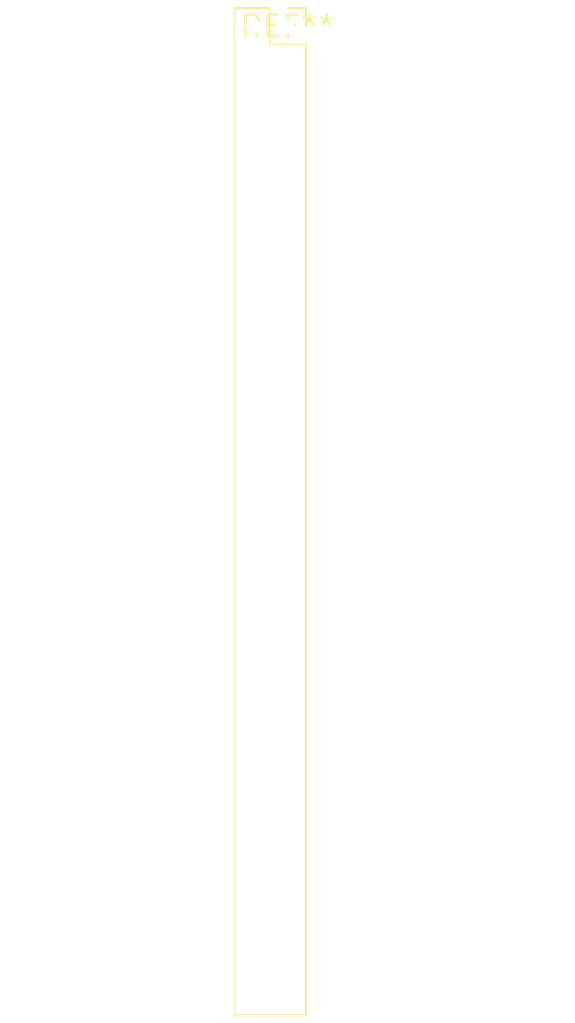
<source format=kicad_pcb>
(kicad_pcb (version 20240108) (generator pcbnew)
  (layers (0 "F.Cu" signal) (31 "B.Cu" signal) (34 "B.Paste" user) (35 "F.Paste" user) (36 "B.SilkS" user "B.Silkscreen") (37 "F.SilkS" user "F.Silkscreen") (38 "B.Mask" user) (39 "F.Mask" user) (44 "Edge.Cuts" user))
  (net 0 "")
  (footprint "PinSocket_2x29_P2.00mm_Vertical" (layer "F.Cu") (at 0 0)
    (property "Reference" "REF**")
    (property "Value" "PinSocket_2x29_P2.00mm_Vertical")
    (fp_line (start -3.06 -1.06) (end -3.06 57.06) (layer "F.SilkS") (stroke (width 0.12)))
    (fp_line (start -3.06 -1.06) (end -1 -1.06) (layer "F.SilkS") (stroke (width 0.12)))
    (fp_line (start -3.06 57.06) (end 1.06 57.06) (layer "F.SilkS") (stroke (width 0.12)))
    (fp_line (start -1 -1.06) (end -1 1) (layer "F.SilkS") (stroke (width 0.12)))
    (fp_line (start -1 1) (end 1.06 1) (layer "F.SilkS") (stroke (width 0.12)))
    (fp_line (start 0 -1.06) (end 1.06 -1.06) (layer "F.SilkS") (stroke (width 0.12)))
    (fp_line (start 1.06 -1.06) (end 1.06 0) (layer "F.SilkS") (stroke (width 0.12)))
    (fp_line (start 1.06 1) (end 1.06 57.06) (layer "F.SilkS") (stroke (width 0.12)))
    (pad "1" thru_hole rect (at 0 0) (size 1.35 1.35) (drill 0.8) (layers *.Cu *.Mask) (remove_unused_layers))
    (pad "2" thru_hole oval (at -2 0) (size 1.35 1.35) (drill 0.8) (layers *.Cu *.Mask) (remove_unused_layers))
    (pad "3" thru_hole oval (at 0 2) (size 1.35 1.35) (drill 0.8) (layers *.Cu *.Mask) (remove_unused_layers))
    (pad "4" thru_hole oval (at -2 2) (size 1.35 1.35) (drill 0.8) (layers *.Cu *.Mask) (remove_unused_layers))
    (pad "5" thru_hole oval (at 0 4) (size 1.35 1.35) (drill 0.8) (layers *.Cu *.Mask) (remove_unused_layers))
    (pad "6" thru_hole oval (at -2 4) (size 1.35 1.35) (drill 0.8) (layers *.Cu *.Mask) (remove_unused_layers))
    (pad "7" thru_hole oval (at 0 6) (size 1.35 1.35) (drill 0.8) (layers *.Cu *.Mask) (remove_unused_layers))
    (pad "8" thru_hole oval (at -2 6) (size 1.35 1.35) (drill 0.8) (layers *.Cu *.Mask) (remove_unused_layers))
    (pad "9" thru_hole oval (at 0 8) (size 1.35 1.35) (drill 0.8) (layers *.Cu *.Mask) (remove_unused_layers))
    (pad "10" thru_hole oval (at -2 8) (size 1.35 1.35) (drill 0.8) (layers *.Cu *.Mask) (remove_unused_layers))
    (pad "11" thru_hole oval (at 0 10) (size 1.35 1.35) (drill 0.8) (layers *.Cu *.Mask) (remove_unused_layers))
    (pad "12" thru_hole oval (at -2 10) (size 1.35 1.35) (drill 0.8) (layers *.Cu *.Mask) (remove_unused_layers))
    (pad "13" thru_hole oval (at 0 12) (size 1.35 1.35) (drill 0.8) (layers *.Cu *.Mask) (remove_unused_layers))
    (pad "14" thru_hole oval (at -2 12) (size 1.35 1.35) (drill 0.8) (layers *.Cu *.Mask) (remove_unused_layers))
    (pad "15" thru_hole oval (at 0 14) (size 1.35 1.35) (drill 0.8) (layers *.Cu *.Mask) (remove_unused_layers))
    (pad "16" thru_hole oval (at -2 14) (size 1.35 1.35) (drill 0.8) (layers *.Cu *.Mask) (remove_unused_layers))
    (pad "17" thru_hole oval (at 0 16) (size 1.35 1.35) (drill 0.8) (layers *.Cu *.Mask) (remove_unused_layers))
    (pad "18" thru_hole oval (at -2 16) (size 1.35 1.35) (drill 0.8) (layers *.Cu *.Mask) (remove_unused_layers))
    (pad "19" thru_hole oval (at 0 18) (size 1.35 1.35) (drill 0.8) (layers *.Cu *.Mask) (remove_unused_layers))
    (pad "20" thru_hole oval (at -2 18) (size 1.35 1.35) (drill 0.8) (layers *.Cu *.Mask) (remove_unused_layers))
    (pad "21" thru_hole oval (at 0 20) (size 1.35 1.35) (drill 0.8) (layers *.Cu *.Mask) (remove_unused_layers))
    (pad "22" thru_hole oval (at -2 20) (size 1.35 1.35) (drill 0.8) (layers *.Cu *.Mask) (remove_unused_layers))
    (pad "23" thru_hole oval (at 0 22) (size 1.35 1.35) (drill 0.8) (layers *.Cu *.Mask) (remove_unused_layers))
    (pad "24" thru_hole oval (at -2 22) (size 1.35 1.35) (drill 0.8) (layers *.Cu *.Mask) (remove_unused_layers))
    (pad "25" thru_hole oval (at 0 24) (size 1.35 1.35) (drill 0.8) (layers *.Cu *.Mask) (remove_unused_layers))
    (pad "26" thru_hole oval (at -2 24) (size 1.35 1.35) (drill 0.8) (layers *.Cu *.Mask) (remove_unused_layers))
    (pad "27" thru_hole oval (at 0 26) (size 1.35 1.35) (drill 0.8) (layers *.Cu *.Mask) (remove_unused_layers))
    (pad "28" thru_hole oval (at -2 26) (size 1.35 1.35) (drill 0.8) (layers *.Cu *.Mask) (remove_unused_layers))
    (pad "29" thru_hole oval (at 0 28) (size 1.35 1.35) (drill 0.8) (layers *.Cu *.Mask) (remove_unused_layers))
    (pad "30" thru_hole oval (at -2 28) (size 1.35 1.35) (drill 0.8) (layers *.Cu *.Mask) (remove_unused_layers))
    (pad "31" thru_hole oval (at 0 30) (size 1.35 1.35) (drill 0.8) (layers *.Cu *.Mask) (remove_unused_layers))
    (pad "32" thru_hole oval (at -2 30) (size 1.35 1.35) (drill 0.8) (layers *.Cu *.Mask) (remove_unused_layers))
    (pad "33" thru_hole oval (at 0 32) (size 1.35 1.35) (drill 0.8) (layers *.Cu *.Mask) (remove_unused_layers))
    (pad "34" thru_hole oval (at -2 32) (size 1.35 1.35) (drill 0.8) (layers *.Cu *.Mask) (remove_unused_layers))
    (pad "35" thru_hole oval (at 0 34) (size 1.35 1.35) (drill 0.8) (layers *.Cu *.Mask) (remove_unused_layers))
    (pad "36" thru_hole oval (at -2 34) (size 1.35 1.35) (drill 0.8) (layers *.Cu *.Mask) (remove_unused_layers))
    (pad "37" thru_hole oval (at 0 36) (size 1.35 1.35) (drill 0.8) (layers *.Cu *.Mask) (remove_unused_layers))
    (pad "38" thru_hole oval (at -2 36) (size 1.35 1.35) (drill 0.8) (layers *.Cu *.Mask) (remove_unused_layers))
    (pad "39" thru_hole oval (at 0 38) (size 1.35 1.35) (drill 0.8) (layers *.Cu *.Mask) (remove_unused_layers))
    (pad "40" thru_hole oval (at -2 38) (size 1.35 1.35) (drill 0.8) (layers *.Cu *.Mask) (remove_unused_layers))
    (pad "41" thru_hole oval (at 0 40) (size 1.35 1.35) (drill 0.8) (layers *.Cu *.Mask) (remove_unused_layers))
    (pad "42" thru_hole oval (at -2 40) (size 1.35 1.35) (drill 0.8) (layers *.Cu *.Mask) (remove_unused_layers))
    (pad "43" thru_hole oval (at 0 42) (size 1.35 1.35) (drill 0.8) (layers *.Cu *.Mask) (remove_unused_layers))
    (pad "44" thru_hole oval (at -2 42) (size 1.35 1.35) (drill 0.8) (layers *.Cu *.Mask) (remove_unused_layers))
    (pad "45" thru_hole oval (at 0 44) (size 1.35 1.35) (drill 0.8) (layers *.Cu *.Mask) (remove_unused_layers))
    (pad "46" thru_hole oval (at -2 44) (size 1.35 1.35) (drill 0.8) (layers *.Cu *.Mask) (remove_unused_layers))
    (pad "47" thru_hole oval (at 0 46) (size 1.35 1.35) (drill 0.8) (layers *.Cu *.Mask) (remove_unused_layers))
    (pad "48" thru_hole oval (at -2 46) (size 1.35 1.35) (drill 0.8) (layers *.Cu *.Mask) (remove_unused_layers))
    (pad "49" thru_hole oval (at 0 48) (size 1.35 1.35) (drill 0.8) (layers *.Cu *.Mask) (remove_unused_layers))
    (pad "50" thru_hole oval (at -2 48) (size 1.35 1.35) (drill 0.8) (layers *.Cu *.Mask) (remove_unused_layers))
    (pad "51" thru_hole oval (at 0 50) (size 1.35 1.35) (drill 0.8) (layers *.Cu *.Mask) (remove_unused_layers))
    (pad "52" thru_hole oval (at -2 50) (size 1.35 1.35) (drill 0.8) (layers *.Cu *.Mask) (remove_unused_layers))
    (pad "53" thru_hole oval (at 0 52) (size 1.35 1.35) (drill 0.8) (layers *.Cu *.Mask) (remove_unused_layers))
    (pad "54" thru_hole oval (at -2 52) (size 1.35 1.35) (drill 0.8) (layers *.Cu *.Mask) (remove_unused_layers))
    (pad "55" thru_hole oval (at 0 54) (size 1.35 1.35) (drill 0.8) (layers *.Cu *.Mask) (remove_unused_layers))
    (pad "56" thru_hole oval (at -2 54) (size 1.35 1.35) (drill 0.8) (layers *.Cu *.Mask) (remove_unused_layers))
    (pad "57" thru_hole oval (at 0 56) (size 1.35 1.35) (drill 0.8) (layers *.Cu *.Mask) (remove_unused_layers))
    (pad "58" thru_hole oval (at -2 56) (size 1.35 1.35) (drill 0.8) (layers *.Cu *.Mask) (remove_unused_layers))
  )
)
</source>
